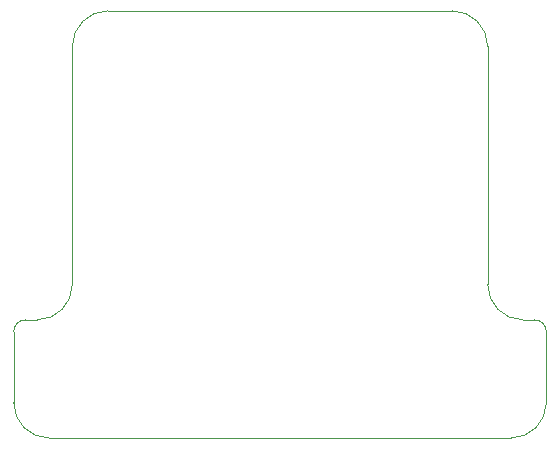
<source format=gbr>
%TF.GenerationSoftware,KiCad,Pcbnew,(6.0.9)*%
%TF.CreationDate,2023-01-27T21:07:44-09:00*%
%TF.ProjectId,GAUGE_Analog Instruments,47415547-455f-4416-9e61-6c6f6720496e,rev?*%
%TF.SameCoordinates,Original*%
%TF.FileFunction,Profile,NP*%
%FSLAX46Y46*%
G04 Gerber Fmt 4.6, Leading zero omitted, Abs format (unit mm)*
G04 Created by KiCad (PCBNEW (6.0.9)) date 2023-01-27 21:07:44*
%MOMM*%
%LPD*%
G01*
G04 APERTURE LIST*
%TA.AperFunction,Profile*%
%ADD10C,0.050000*%
%TD*%
G04 APERTURE END LIST*
D10*
X197515515Y-78705452D02*
X197515515Y-98867952D01*
X158384281Y-101867951D02*
G75*
G03*
X157384281Y-102867951I0J-1000000D01*
G01*
X199491250Y-111867951D02*
G75*
G03*
X202491250Y-108867951I0J3000000D01*
G01*
X159360016Y-101867951D02*
G75*
G03*
X162360015Y-98867952I0J2999999D01*
G01*
X200515515Y-101867951D02*
X201491250Y-101867951D01*
X202491250Y-108867951D02*
X202491250Y-102867951D01*
X160384281Y-111867951D02*
X199491250Y-111867951D01*
X159360016Y-101867951D02*
X158384281Y-101867951D01*
X162360016Y-78705452D02*
X162360016Y-98867952D01*
X202491250Y-102867951D02*
G75*
G03*
X201491250Y-101867951I-1000000J0D01*
G01*
X157384281Y-108867951D02*
G75*
G03*
X160384281Y-111867951I3000000J0D01*
G01*
X165360016Y-75705452D02*
G75*
G03*
X162360016Y-78705452I0J-3000000D01*
G01*
X197515515Y-98867952D02*
G75*
G03*
X200515515Y-101867952I3000000J0D01*
G01*
X157384281Y-108867951D02*
X157384281Y-102867951D01*
X197515515Y-78705452D02*
G75*
G03*
X194515515Y-75705452I-3000000J0D01*
G01*
X194515515Y-75705452D02*
X165360016Y-75705452D01*
M02*

</source>
